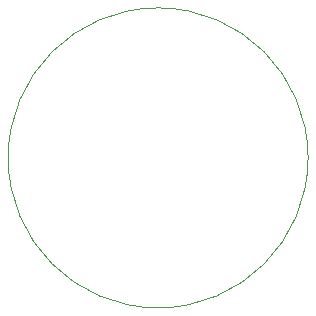
<source format=gbr>
%TF.GenerationSoftware,KiCad,Pcbnew,8.0.5*%
%TF.CreationDate,2024-11-25T09:23:58-07:00*%
%TF.ProjectId,NoteDetector,4e6f7465-4465-4746-9563-746f722e6b69,rev?*%
%TF.SameCoordinates,Original*%
%TF.FileFunction,Profile,NP*%
%FSLAX46Y46*%
G04 Gerber Fmt 4.6, Leading zero omitted, Abs format (unit mm)*
G04 Created by KiCad (PCBNEW 8.0.5) date 2024-11-25 09:23:58*
%MOMM*%
%LPD*%
G01*
G04 APERTURE LIST*
%TA.AperFunction,Profile*%
%ADD10C,0.100000*%
%TD*%
G04 APERTURE END LIST*
D10*
X12700000Y0D02*
G75*
G02*
X-12700000Y0I-12700000J0D01*
G01*
X-12700000Y0D02*
G75*
G02*
X12700000Y0I12700000J0D01*
G01*
M02*

</source>
